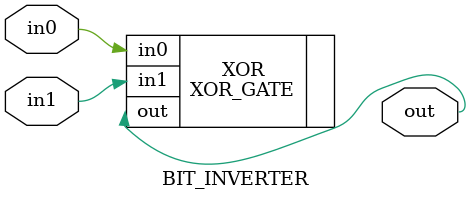
<source format=v>
module BIT_INVERTER(
     input wire       in0,
     input wire       in1,
     output wire       out
);

    XOR_GATE XOR(
        .in0    (in0    ),
        .in1    (in1    ),
        .out    (out    )
    );
    
endmodule

</source>
